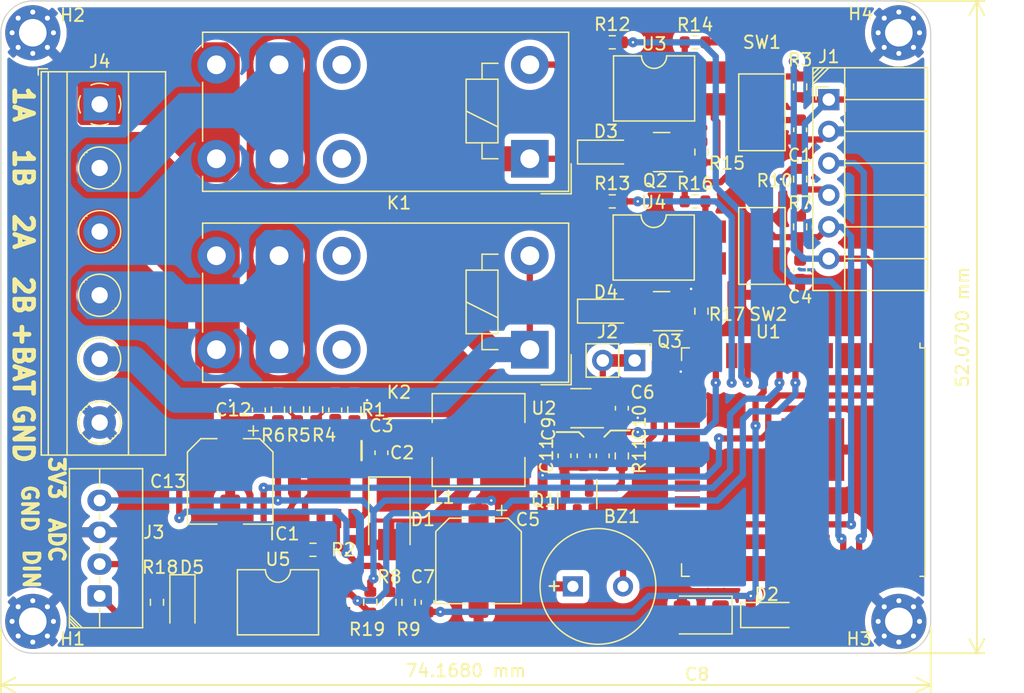
<source format=kicad_pcb>
(kicad_pcb (version 20211014) (generator pcbnew)
  (layers (0 "F.Cu" signal) (31 "B.Cu" signal) (34 "B.Paste" user) (35 "F.Paste" user) (36 "B.SilkS" user "B.Silkscreen") (37 "F.SilkS" user "F.Silkscreen") (38 "B.Mask" user) (39 "F.Mask" user) (44 "Edge.Cuts" user))
  (net 0 "")
  (net 1 "+3.3V")
  (net 2 "Net-(BZ1-Pad2)")
  (net 3 "GND")
  (net 4 "RESET")
  (net 5 "Net-(C3-Pad1)")
  (net 6 "Net-(C3-Pad2)")
  (net 7 "BOOT")
  (net 8 "BATERY ADC")
  (net 9 "VCC")
  (net 10 "Net-(IC1-Pad4)")
  (net 11 "Net-(IC1-Pad6)")
  (net 12 "TxD")
  (net 13 "Net-(J1-Pad4)")
  (net 14 "ADC1_1")
  (net 15 "IO1A")
  (net 16 "IO1B")
  (net 17 "IO2A")
  (net 18 "IO2B")
  (net 19 "Net-(Q1-Pad1)")
  (net 20 "Net-(Q2-Pad1)")
  (net 21 "Net-(Q3-Pad1)")
  (net 22 "RxD")
  (net 23 "BUZZER")
  (net 24 "Net-(R12-Pad1)")
  (net 25 "RELAY1")
  (net 26 "Net-(R13-Pad1)")
  (net 27 "RELAY2")
  (net 28 "Net-(R14-Pad2)")
  (net 29 "Net-(R16-Pad2)")
  (net 34 "TOUCH")
  (net 55 "Net-(C6-Pad2)")
  (net 60 "Net-(C2-Pad1)")
  (net 61 "Net-(D3-Pad2)")
  (net 62 "Net-(D4-Pad2)")
  (net 63 "Net-(C2-Pad2)")
  (net 64 "Net-(D5-Pad1)")
  (net 65 "Net-(IC1-Pad2)")
  (net 66 "CONN_IN1")
  (net 67 "IN1")
  (footprint "XH_Header_2.54mm_01x06_Horizontal:XH_Header_2.54mm_01x06_Horizontal" (layer "F.Cu") (at 179.832 86.106)
    (fp_text reference "J1")
    (fp_text value "PROG")
  )
  (footprint "Capacitor_SMD:C_0603_1608Metric" (layer "F.Cu") (at 160.274 109.461 90)
    (fp_text reference "C9")
    (fp_text value "0.1uF")
  )
  (footprint "Diode_SMD:Nexperia_CFP3_SOD-123W" (layer "F.Cu") (at 162.052 85.217)
    (fp_text reference "D3")
    (fp_text value "1N4007")
  )
  (footprint "Capacitor_SMD:C_0603_1608Metric" (layer "F.Cu") (at 158.75 109.461 90)
    (fp_text reference "C11")
    (fp_text value "0.1uF")
  )
  (footprint "Capacitor_SMD:CP_Elec_6.3x5.4" (layer "F.Cu") (at 151.892 117.856 -90)
    (fp_text reference "C5")
    (fp_text value "22uF")
  )
  (footprint "MountingHole:MountingHole_2.2mm_M2_Pad_Via" (layer "F.Cu") (at 116.332 75.692 90)
    (fp_text reference "H2")
    (fp_text value "H2")
  )
  (footprint "Capacitor_SMD:C_0603_1608Metric" (layer "F.Cu") (at 177.546 83.439 90)
    (fp_text reference "C1")
    (fp_text value "0.1uF")
  )
  (footprint "Capacitor_Tantalum_SMD:CP_EIA-3528-12_Kemet-T" (layer "F.Cu") (at 169.6585 122.174 180)
    (fp_text reference "C8")
    (fp_text value "4.7uF")
  )
  (footprint "RF_Module:ESP32-WROOM-32U" (layer "F.Cu") (at 177.807 109.966 -90)
    (fp_text reference "U1")
    (fp_text value "ESP32-WROOM-32U")
  )
  (footprint "Button_Switch_SMD:SW_SPST_CK_RS282G05A3" (layer "F.Cu") (at 174.498 82.042 90)
    (fp_text reference "SW1")
    (fp_text value "RESET")
  )
  (footprint "XH_Header_2.54mm_01x04_Vertical:XH_Header_2.54mm_01x04_Vertical" (layer "F.Cu") (at 121.666 115.57 90)
    (fp_text reference "J3")
    (fp_text value "EX_CONN")
  )
  (footprint "Diode_SMD:D_SOD-123F" (layer "F.Cu") (at 175.006 122.174)
    (fp_text reference "D2")
    (fp_text value "3v3")
  )
  (footprint "Package_DIP:SMDIP-4_W9.53mm" (layer "F.Cu") (at 165.862 92.837)
    (fp_text reference "U4")
    (fp_text value "PC817S")
  )
  (footprint "Capacitor_SMD:C_0603_1608Metric" (layer "F.Cu") (at 147.828 121.158 -90)
    (fp_text reference "C7")
    (fp_text value "0.1uF")
  )
  (footprint "Relay_THT:Relay_DPDT_Finder_40.52" (layer "F.Cu") (at 155.9795 85.7495 180)
    (fp_text reference "K1")
    (fp_text value "RELAY1")
  )
  (footprint "Resistor_SMD:R_0603_1608Metric" (layer "F.Cu") (at 177.546 87.376 -90)
    (fp_text reference "R10")
    (fp_text value "100")
  )
  (footprint "Diode_SMD:D_SMA" (layer "F.Cu") (at 144.78 114.554 -90)
    (fp_text reference "D1")
    (fp_text value "SS34")
  )
  (footprint "Resistor_SMD:R_0603_1608Metric" (layer "F.Cu") (at 143.256 121.158 -90)
    (fp_text reference "R19")
    (fp_text value "4k7")
  )
  (footprint "Diode_SMD:D_SOD-123F" (layer "F.Cu") (at 128.27 121.158 -90)
    (fp_text reference "D5")
    (fp_text value "3v3")
  )
  (footprint "Button_Switch_SMD:SW_SPST_CK_RS282G05A3" (layer "F.Cu") (at 174.498 92.71 90)
    (fp_text reference "SW2")
    (fp_text value "BOOT")
  )
  (footprint "Diode_SMD:Nexperia_CFP3_SOD-123W" (layer "F.Cu") (at 162.052 97.917)
    (fp_text reference "D4")
    (fp_text value "1N4007")
  )
  (footprint "Resistor_SMD:R_0603_1608Metric" (layer "F.Cu") (at 177.546 91.186 -90)
    (fp_text reference "R7")
    (fp_text value "10k")
  )
  (footprint "Capacitor_SMD:C_0603_1608Metric" (layer "F.Cu") (at 161.798 109.461 90)
    (fp_text reference "C10")
    (fp_text value "0.1uF")
  )
  (footprint "TTP223:TTP-223 SOT-23-6" (layer "F.Cu") (at 160.02 105.664 180)
    (fp_text reference "U2")
    (fp_text value "TTP223")
  )
  (footprint "Resistor_SMD:R_0603_1608Metric" (layer "F.Cu") (at 169.672 97.917 90)
    (fp_text reference "R17")
    (fp_text value "10k")
  )
  (footprint "MP1584:SOIC127P600X170-9N" (layer "F.Cu") (at 139.954 111.76 -90)
    (fp_text reference "IC1")
    (fp_text value "MP1584EN" hide)
  )
  (footprint "Capacitor_SMD:CP_Elec_6.3x5.4" (layer "F.Cu") (at 132.08 111.506 -90)
    (fp_text reference "C13")
    (fp_text value "100uF")
  )
  (footprint "Resistor_SMD:R_0603_1608Metric" (layer "F.Cu") (at 126.238 121.158 90)
    (fp_text reference "R18")
    (fp_text value "100")
  )
  (footprint "Resistor_SMD:R_0603_1608Metric" (layer "F.Cu") (at 162.56 89.154)
    (fp_text reference "R13")
    (fp_text value "1k")
  )
  (footprint "Resistor_SMD:R_0603_1608Metric" (layer "F.Cu") (at 137.414 105.791 90)
    (fp_text reference "R5")
    (fp_text value "40k")
  )
  (footprint "Resistor_SMD:R_0603_1608Metric" (layer "F.Cu") (at 135.89 105.791 -90)
    (fp_text reference "R6")
    (fp_text value "40k")
  )
  (footprint "Package_TO_SOT_SMD:SOT-23" (layer "F.Cu") (at 166.497 85.217 180)
    (fp_text reference "Q2")
    (fp_text value "BC847")
  )
  (footprint "Relay_THT:Relay_DPDT_Finder_40.52" (layer "F.Cu") (at 155.9795 100.9895 180)
    (fp_text reference "K2")
    (fp_text value "RELAY2")
  )
  (footprint "Resistor_SMD:R_0603_1608Metric" (layer "F.Cu") (at 146.304 121.158 90)
    (fp_text reference "R9")
    (fp_text value "10k")
  )
  (footprint "MountingHole:MountingHole_2.2mm_M2_Pad_Via" (layer "F.Cu") (at 116.332 122.682 90)
    (fp_text reference "H1")
    (fp_text value "H1")
  )
  (footprint "Package_DIP:SMDIP-4_W9.53mm" (layer "F.Cu") (at 165.8945 80.137)
    (fp_text reference "U3")
    (fp_text value "PC817S")
  )
  (footprint "Capacitor_SMD:C_0603_1608Metric" (layer "F.Cu") (at 177.546 94.615 90)
    (fp_text reference "C4")
    (fp_text value "0.1uF")
  )
  (footprint "Resistor_SMD:R_0603_1608Metric" (layer "F.Cu") (at 144.78 121.158 -90)
    (fp_text reference "R8")
    (fp_text value "68k")
  )
  (footprint "MountingHole:MountingHole_2.2mm_M2_Pad_Via" (layer "F.Cu") (at 185.42 122.682 90)
    (fp_text reference "H3")
    (fp_text value "H3")
  )
  (footprint "MountingHole:MountingHole_2.2mm_M2_Pad_Via" (layer "F.Cu") (at 185.42 75.692 90)
    (fp_text reference "H4")
    (fp_text value "H4")
  )
  (footprint "Resistor_SMD:R_0603_1608Metric" (layer "F.Cu") (at 169.164 89.154)
    (fp_text reference "R16")
    (fp_text value "4k7")
  )
  (footprint "Inductor_SMD:L_7.3x7.3_H3.5" (layer "F.Cu") (at 151.892 108.204)
    (fp_text reference "L1")
    (fp_text value "10uH")
  )
  (footprint "Resistor_SMD:R_0603_1608Metric" (layer "F.Cu") (at 177.546 80.01 90)
    (fp_text reference "R3")
    (fp_text value "10k")
  )
  (footprint "Capacitor_SMD:C_0603_1608Metric" (layer "F.Cu") (at 144.145 109.22 90)
    (fp_text reference "C2")
    (fp_text value "0.1uF")
  )
  (footprint "Package_TO_SOT_SMD:SOT-23" (layer "F.Cu") (at 159.766 113.03 -90)
    (fp_text reference "Q1")
    (fp_text value "BC847")
  )
  (footprint "Resistor_SMD:R_0603_1608Metric" (layer "F.Cu") (at 163.322 109.474 90)
    (fp_text reference "R11")
    (fp_text value "1k")
  )
  (footprint "Package_DIP:SMDIP-4_W9.53mm" (layer "F.Cu") (at 135.89 121.158)
    (fp_text reference "U5")
    (fp_text value "PC817S")
  )
  (footprint "Buzzer_Beeper:MagneticBuzzer_PUI_AT-0927-TT-6-R" (layer "F.Cu") (at 159.417 119.888)
    (fp_text reference "BZ1")
    (fp_text value "Buzzer")
  )
  (footprint "Resistor_SMD:R_0603_1608Metric" (layer "F.Cu") (at 138.938 105.791 90)
    (fp_text reference "R4")
    (fp_text value "68k")
  )
  (footprint "Resistor_SMD:R_0603_1608Metric" (layer "F.Cu") (at 162.56 76.454)
    (fp_text reference "R12")
    (fp_text value "1k")
  )
  (footprint "Resistor_SMD:R_0603_1608Metric" (layer "F.Cu") (at 169.672 85.217 90)
    (fp_text reference "R15")
    (fp_text value "10k")
  )
  (footprint "Capacitor_SMD:C_0603_1608Metric" (layer "F.Cu") (at 163.322 105.664 90)
    (fp_text reference "C6")
    (fp_text value "22pF")
  )
  (footprint "Resistor_SMD:R_0603_1608Metric" (layer "F.Cu") (at 169.164 76.454 180)
    (fp_text reference "R14")
    (fp_text value "4k7")
  )
  (footprint "Resistor_SMD:R_0603_1608Metric" (layer "F.Cu") (at 141.986 105.791 -90)
    (fp_text reference "R1")
    (fp_text value "56k")
  )
  (footprint "Capacitor_SMD:C_0603_1608Metric" (layer "F.Cu") (at 140.462 105.791 -90)
    (fp_text reference "C3")
    (fp_text value "220pF")
  )
  (footprint "TerminalBlock_Phoenix:TerminalBlock_Phoenix_MKDS-1,5-6-5.08_1x06_P5.08mm_Horizontal" (layer "F.Cu") (at 121.666 81.407 -90)
    (fp_text reference "J4")
    (fp_text value "TERMINAL")
  )
  (footprint "Capacitor_SMD:C_0603_1608Metric" (layer "F.Cu") (at 134.366 105.791 -90)
    (fp_text reference "C12")
    (fp_text value "0.1uF")
  )
  (footprint "Package_TO_SOT_SMD:SOT-23" (layer "F.Cu") (at 166.497 97.917 180)
    (fp_text reference "Q3")
    (fp_text value "BC847")
  )
  (footprint "Connector_PinHeader_2.54mm:PinHeader_1x02_P2.54mm_Vertical" (layer "F.Cu") (at 164.343 101.854 -90)
    (fp_text reference "J2")
    (fp_text value "TOUCH SENSOR")
  )
  (footprint "Resistor_SMD:R_0603_1608Metric" (layer "F.Cu") (at 138.684 116.967 180)
    (fp_text reference "R2")
    (fp_text value "200k")
  )
  (gr_line (start 159.893 107.569) (end 158.115 107.569) (layer "F.SilkS") (width 0.15))
  (gr_line (start 162.433 107.442) (end 161.925 107.95) (layer "F.SilkS") (width 0.15))
  (gr_line (start 163.957 107.442) (end 162.433 107.442) (layer "F.SilkS") (width 0.15))
  (gr_line (start 160.274 107.95) (end 159.893 107.569) (layer "F.SilkS") (width 0.15))
  (gr_arc (start 187.96 122.682) (mid 187.216051 124.478051) (end 185.42 125.222) (layer "Edge.Cuts") (width 0.1))
  (gr_line (start 113.792 122.682) (end 113.792 75.692) (layer "Edge.Cuts") (width 0.1))
  (gr_line (start 116.332 73.152) (end 185.42 73.152) (layer "Edge.Cuts") (width 0.1))
  (gr_arc (start 185.42 73.152) (mid 187.216051 73.895949) (end 187.96 75.692) (layer "Edge.Cuts") (width 0.1))
  (gr_line (start 187.96 75.692) (end 187.96 122.682) (layer "Edge.Cuts") (width 0.1))
  (gr_arc (start 113.792 75.692) (mid 114.535949 73.895949) (end 116.332 73.152) (layer "Edge.Cuts") (width 0.1))
  (gr_arc (start 116.332 125.222) (mid 114.535949 124.478051) (end 113.792 122.682) (layer "Edge.Cuts") (width 0.1))
  (gr_line (start 185.42 125.222) (end 116.332 125.222) (layer "Edge.Cuts") (width 0.1))
  (gr_text "GND" (at 115.57 107.696 270) (layer "F.SilkS") (effects (font (size 1.5 1.5) (thickness 0.375))))
  (gr_text "+BAT" (at 115.57 101.727 270) (layer "F.SilkS") (effects (font (size 1.5 1.5) (thickness 0.375))))
  (gr_text "1A" (at 115.57 81.407 270) (layer "F.SilkS") (effects (font (size 1.5 1.5) (thickness 0.375))))
  (gr_text "DIN" (at 116.205 118.491 270) (layer "F.SilkS") (effects (font (size 1.2 1.2) (thickness 0.3))))
  (gr_text "ADC" (at 118.237 116.205 270) (layer "F.SilkS") (effects (font (size 1.2 1.2) (thickness 0.3))))
  (gr_text "3V3" (at 118.237 111.252 270) (layer "F.SilkS") (effects (font (size 1.2 1.2) (thickness 0.3))))
  (gr_text "1B" (at 115.57 86.487 270) (layer "F.SilkS") (effects (font (size 1.5 1.5) (thickness 0.375))))
  (gr_text "2B" (at 115.57 96.647 270) (layer "F.SilkS") (effects (font (size 1.5 1.5) (thickness 0.375))))
  (gr_text "2A" (at 115.57 91.567 270) (layer "F.SilkS") (effects (font (size 1.5 1.5) (thickness 0.375))))
  (gr_text "GND" (at 116.078 113.665 270) (layer "F.SilkS") (effects (font (size 1.2 1.2) (thickness 0.3))))
  (dimension (type aligned) (layer "F.SilkS") (pts (xy 184.785 73.152) (xy 184.785 125.222)) (height -6.858) (gr_text "52,0700 mm" (at 190.493 99.187 90) (layer "F.SilkS") (effects (font (size 1 1) (thickness 0.15)))) (format (units 3) (units_format 1) (precision 4)) (style (thickness 0.15) (arrow_length 1.27) (text_position_mode 0) (extension_height 0.58642) (extension_offset 0.5) keep_text_aligned))
  (dimension (type aligned) (layer "F.SilkS") (pts (xy 113.792 122.682) (xy 187.96 122.682)) (height 5.08) (gr_text "74,1680 mm" (at 150.876 126.612) (layer "F.SilkS") (effects (font (size 1 1) (thickness 0.15)))) (format (units 3) (units_format 1) (precision 4)) (style (thickness 0.15) (arrow_length 1.27) (text_position_mode 0) (extension_height 0.58642) (extension_offset 0.5) keep_text_aligned))
  (segment (start 160.274 108.686) (end 158.75 108.686) (width 0.8) (layer "F.Cu") (net 1))
  (segment (start 184.792 81.922) (end 183.896 81.026) (width 0.5) (layer "F.Cu") (net 1))
  (segment (start 155.829 105.664) (end 155.092 106.401) (width 0.5) (layer "F.Cu") (net 1))
  (segment (start 158.92 105.664) (end 155.829 105.664) (width 0.5) (layer "F.Cu") (net 1))
  (segment (start 184.792 101.466) (end 184.792 81.922) (width 0.5) (layer "F.Cu") (net 1))
  (segment (start 177.737 81.026) (end 179.832 81.026) (width 0.5) (layer "F.Cu") (net 1))
  (segment (start 157.988 119.888) (end 159.417 119.888) (width 0.8) (layer "F.Cu") (net 1))
  (segment (start 143.256 120.333) (end 143.256 119.507) (width 0.5) (layer "F.Cu") (net 1))
  (segment (start 177.546 90.17) (end 178.054 89.662) (width 0.5) (layer "F.Cu") (net 1))
  (segment (start 175.006 107.569) (end 174.498 108.077) (width 0.5) (layer "F.Cu") (net 1))
  (segment (start 184.792 101.466) (end 184.792 103.752) (width 0.5) (layer "F.Cu") (net 1))
  (segment (start 177.546 80.835) (end 177.737 81.026) (width 0.5) (layer "F.Cu") (net 1))
  (segment (start 155.092 106.401) (end 155.092 108.204) (width 0.5) (layer "F.Cu") (net 1))
  (segment (start 183.896 104.648) (end 175.895 104.648) (width 0.5) (layer "F.Cu") (net 1))
  (segment (start 155.574 108.686) (end 155.092 108.204) (width 0.8) (layer "F.Cu") (net 1))
  (segment (start 174.498 108.077) (end 171.069 108.077) (width 0.5) (layer "F.Cu") (net 1))
  (segment (start 161.798 108.686) (end 160.274 108.686) (width 0.8) (layer "F.Cu") (net 1))
  (segment (start 156.998 108.686) (end 156.998 111.024) (width 0.8) (layer "F.Cu") (net 1))
  (segment (start 175.006 105.537) (end 175.006 107.569) (width 0.5) (layer "F.Cu") (net 1))
  (segment (start 184.792 103.752) (end 183.896 104.648) (width 0.5) (layer "F.Cu") (net 1))
  (segment (start 175.895 104.648) (end 175.006 105.537) (width 0.5) (layer "F.Cu") (net 1))
  (segment (start 135.89 106.616) (end 135.89 113.03) (width 0.5) (layer "F.Cu") (net 1))
  (segment (start 143.256 119.507) (end 143.51 119.253) (width 0.5) (layer "F.Cu") (net 1))
  (segment (start 156.998 111.024) (end 156.998 118.898) (width 0.8) (layer "F.Cu") (net 1))
  (segment (start 158.75 108.686) (end 156.998 108.686) (width 0.8) (layer "F.Cu") (net 1))
  (segment (start 156.998 118.898) (end 157.988 119.888) (width 0.8) (layer "F.Cu") (net 1))
  (segment (start 183.896 81.026) (end 179.832 81.026) (width 0.5) (layer "F.Cu") (net 1))
  (segment (start 177.546 90.361) (end 177.546 90.17) (width 0.5) (layer "F.Cu") (net 1))
  (segment (start 156.998 108.686) (end 155.574 108.686) (width 0.8) (layer "F.Cu") (net 1))
  (via (at 178.054 89.662) (size 0.8) (drill 0.2) (layers "F.Cu" "B.Cu") (net 1))
  (via (at 156.998 111.024) (size 0.8) (drill 0.2) (layers "F.Cu" "B.Cu") (net 1))
  (via (at 152.908 113.03) (size 0.8) (drill 0.2) (layers "F.Cu" "B.Cu") (net 1))
  (via (at 135.89 113.03) (size 0.8) (drill 0.2) (layers "F.Cu" "B.Cu") (net 1))
  (via (at 171.069 108.077) (size 0.8) (drill 0.2) (layers "F.Cu" "B.Cu") (net 1))
  (via (at 143.51 119.253) (size 0.8) (drill 0.2) (layers "F.Cu" "B.Cu") (net 1))
  (segment (start 178.054 89.662) (end 177.927 89.535) (width 0.5) (layer "B.Cu") (net 1))
  (segment (start 144.399 113.03) (end 144.653 113.03) (width 0.5) (layer "B.Cu") (net 1))
  (segment (start 135.89 113.03) (end 142.621 113.03) (width 0.5) (layer "B.Cu") (net 1))
  (segment (start 157.099 111.125) (end 156.998 111.024) (width 0.5) (layer "B.Cu") (net 1))
  (segment (start 170.053 111.125) (end 157.099 111.125) (width 0.5) (layer "B.Cu") (net 1))
  (segment (start 143.51 113.919) (end 144.399 113.03) (width 0.5) (layer "B.Cu") (net 1))
  (segment (start 171.069 108.077) (end 171.069 110.109) (width 0.5) (layer "B.Cu") (net 1))
  (segment (start 144.653 113.03) (end 152.908 113.03) (width 0.5) (layer "B.Cu") (net 1))
  (segment (start 171.069 110.109) (end 170.053 111.125) (width 0.5) (layer "B.Cu") (net 1))
  (segment (start 177.927 89.535) (end 177.927 82.931) (width 0.5) (layer "B.Cu") (net 1))
  (segment (start 135.89 113.03) (end 121.666 113.03) (width 0.5) (layer "B.Cu") (net 1))
  (segment (start 143.51 119.253) (end 143.51 113.919) (width 0.5) (layer "B.Cu") (net 1))
  (segment (start 142.621 113.03) (end 143.51 113.919) (width 0.5) (layer "B.Cu") (net 1))
  (segment (start 177.927 82.931) (end 179.832 81.026) (width 0.5) (layer "B.Cu") (net 1))
  (segment (start 163.417 117.697) (end 163.417 119.888) (width 0.5) (layer "F.Cu") (net 2))
  (segment (start 162.687 116.967) (end 163.417 117.697) (width 0.5) (layer "F.Cu") (net 2))
  (segment (start 160.909 116.967) (end 162.687 116.967) (width 0.5) (layer "F.Cu") (net 2))
  (segment (start 159.766 114.0072) (end 159.766 115.824) (width 0.5) (layer "F.Cu") (net 2))
  (segment (start 159.766 115.824) (end 160.909 116.967) (width 0.5) (layer "F.Cu") (net 2))
  (segment (start 138.049 116.777) (end 137.859 116.967) (width 0.5) (layer "F.Cu") (net 3))
  (segment (start 168.021 96.9645) (end 168.8465 96.139) (width 0.5) (layer "F.Cu") (net 3))
  (segment (start 151.619 120.383) (end 151.892 120.656) (width 0.5) (layer "F.Cu") (net 3))
  (segment (start 167.0685 96.9645) (end 166.624 96.52) (width 0.5) (layer "F.Cu") (net 3))
  (segment (start 168.8465 96.139) (end 168.8465 96.2665) (width 0.5) (layer "F.Cu") (net 3))
  (segment (start 177.202 96.61) (end 177.546 96.266) (width 0.5) (layer "F.Cu") (net 3))
  (segment (start 167.4615 96.9645) (end 167.0685 96.9645) (width 0.5) (layer "F.Cu") (net 3))
  (segment (start 174.498 84.709) (end 174.498 85.942) (width 0.5) (layer "F.Cu") (net 3))
  (segment (start 138.938 104.966) (end 137.414 104.966) (width 0.5) (layer "F.Cu") (net 3))
  (segment (start 163.081 106.439) (end 163.322 106.439) (width 0.5) (layer "F.Cu") (net 3))
  (segment (start 138.049 114.472) (end 138.049 116.777) (width 0.5) (layer "F.Cu") (net 3))
  (segment (start 147.32 120.383) (end 151.619 120.383) (width 0.5) (layer "F.Cu") (net 3))
  (segment (start 158.8135 112.0655) (end 158.8135 110.2995) (width 0.5) (layer "F.Cu") (net 3))
  (segment (start 167.0685 84.2645) (end 166.624 83.82) (width 0.5) (layer "F.Cu") (net 3))
  (segment (start 167.4615 96.9645) (end 168.021 96.9645) (width 0.5) (layer "F.Cu") (net 3))
  (segment (start 138.049 114.472) (end 138.049 113.03) (width 0.5) (layer "F.Cu") (net 3))
  (segment (start 131.125 122.428) (end 140.655 122.428) (width 0.5) (layer "F.Cu") (net 3))
  (segment (start 177.546 84.214) (end 174.993 84.214) (width 0.5) (layer "F.Cu") (net 3))
  (segment (start 137.859 116.967) (end 137.859 122.365) (width 0.5) (layer "F.Cu") (net 3))
  (segment (start 169.5445 84.2645) (end 169.672 84.392) (width 0.5) (layer "F.Cu") (net 3))
  (segment (start 166.624 82.042) (end 165.989 81.407) (width 0.5) (layer "F.Cu") (net 3))
  (segment (start 137.859 122.365) (end 137.922 122.428) (width 0.5) (layer "F.Cu") (net 3))
  (segment (start 166.624 94.742) (end 165.989 94.107) (width 0.5) (layer "F.Cu") (net 3))
  (segment (start 162.306 105.664) (end 163.081 106.439) (width 0.5) (layer "F.Cu") (net 3))
  (segment (start 177.546 96.266) (end 177.546 95.39) (width 0.5) (layer "F.Cu") (net 3))
  (segment (start 158.8135 110.2995) (end 158.75 110.236) (width 0.5) (layer "F.Cu") (net 3))
  (segment (start 166.624 83.82) (end 166.624 82.042) (width 0.5) (layer "F.Cu") (net 3))
  (segment (start 177.546 84.214) (end 179.184 84.214) (width 0.5) (layer "F.Cu") (net 3))
  (segment (start 128.27 122.558) (end 130.995 122.558) (width 0.5) (layer "F.Cu") (net 3))
  (segment (start 174.993 84.214) (end 174.498 84.709) (width 0.5) (layer "F.Cu") (net 3))
  (segment (start 160.274 110.236) (end 158.75 110.236) (width 0.8) (layer "F.Cu") (net 3))
  (segment (start 161.195 105.664) (end 162.306 105.664) (width 0.5) (layer "F.Cu") (net 3))
  (segment (start 167.4615 84.2645) (end 167.0685 84.2645) (width 0.5) (layer "F.Cu") (net 3))
  (segment (start 137.922 122.428) (end 140.655 122.428) (width 0.5) (layer "F.Cu") (net 3))
  (segment (start 147.778 120.333) (end 147.828 120.383) (width 0.5) (layer "F.Cu") (net 3))
  (segment (start 165.989 94.107) (end 161.097 94.107) (width 0.5) (layer "F.Cu") (net 3))
  (segment (start 168.8465 96.2665) (end 169.672 97.092) (width 0.5) (layer "F.Cu") (net 3))
  (segment (start 146.304 120.333) (end 147.778 120.333) (width 0.5) (layer "F.Cu") (net 3))
  (segment (start 161.798 110.236) (end 160.274 110.236) (width 0.8) (layer "F.Cu") (net 3))
  (segment (start 167.4615 84.2645) (end 169.5445 84.2645) (width 0.5) (layer "F.Cu") (net 3))
  (segment (start 130.995 122.558) (end 131.125 122.428) (width 0.5) (layer "F.Cu") (net 3))
  (segment (start 166.624 96.52) (end 166.624 94.742) (width 0.5) (layer "F.Cu") (net 3))
  (segment (start 139.319 111.76) (end 139.954 111.76) (width 0.5) (layer "F.Cu") (net 3))
  (segment (start 174.498 96.61) (end 177.202 96.61) (width 0.5) (layer "F.Cu") (net 3))
  (segment (start 138.049 113.03) (end 139.319 111.76) (width 0.5) (layer "F.Cu") (net 3))
  (segment (start 165.989 81.407) (end 161.1295 81.407) (width 0.5) (layer "F.Cu") (net 3))
  (segment (start 179.184 84.214) (end 179.832 83.566) (width 0.5) (layer "F.Cu") (net 3))
  (via (at 168.8465 96.139) (size 0.8) (drill 0.2) (layers "F.Cu" "B.Cu") (net 3))
  (via (at 164.592 106.426) (size 0.8) (drill 0.2) (layers "F.Cu" "B.Cu") (net 3))
  (via (at 168.021 102.743) (size 0.8) (drill 0.2) (layers "F.Cu" "B.Cu") (net 3))
  (segment (start 177.038 77.978) (end 177.038 78.677) (width 0.5) (layer "F.Cu") (net 4))
  (segment (start 175.541 82.069) (end 175.541 79.185) (width 0.5) (layer "F.Cu") (net 4))
  (segment (start 177.546 82.664) (end 176.136 82.664) (width 0.5) (layer "F.Cu") (net 4))
  (segment (start 183.522 94.368) (end 182.88 93.726) (width 0.5) (layer "F.Cu") (net 4))
  (segment (start 183.522 101.466) (end 183.522 94.368) (width 0.5) (layer "F.Cu") (net 4))
  (segment (start 176.136 82.664) (end 175.541 82.069) (width 0.5) (layer "F.Cu") (net 4))
  (segment (start 182.88 93.726) (end 179.832 93.726) (width 0.5) (layer "F.Cu") (net 4))
  (segment (start 177.038 78.677) (end 177.546 79.185) (width 0.5) (layer "F.Cu") (net 4))
  (segment (start 177.546 79.185) (end 175.541 79.185) (width 0.5) (layer "F.Cu") (net 4))
  (segment (start 175.541 79.185) (end 174.498 78.142) (width 0.5) (layer "F.Cu") (net 4))
  (via (at 177.038 77.978) (size 0.8) (drill 0.2) (layers "F.Cu" "B.Cu") (net 4))
  (segment (start 177.038 92.964) (end 177.8 93.726) (width 0.5) (layer "B.Cu") (net 4))
  (segment (start 177.038 77.978) (end 177.038 92.964) (width 0.5) (layer "B.Cu") (net 4))
  (segment (start 177.8 93.726) (end 179.832 93.726) (width 0.5) (layer "B.Cu") (net 4))
  (segment (start 140.4496 105.016) (end 140.462 105.016) (width 0.3) (layer "F.Cu") (net 5))
  (segment (start 138.938 106.5276) (end 140.4496 105.016) (width 0.3) (layer "F.Cu") (net 5))
  (segment (start 138.938 106.616) (end 138.938 106.5276) (width 0.3) (layer "F.Cu") (net 5))
  (segment (start 140.462 106.934) (end 140.462 106.566) (width 0.5) (layer "F.Cu") (net 6))
  (segment (start 139.319 108.077) (end 140.462 106.934) (width 0.5) (layer "F.Cu") (net 6))
  (segment (start 139.319 109.048) (end 139.319 108.077) (width 0.5) (layer "F.Cu") (net 6))
  (segment (start 169.552 117.214) (end 169.552 118.466) (width 0.5) (layer "F.Cu") (net 7))
  (segment (start 177.546 92.011) (end 175.514 92.011) (width 0.5) (layer "F.Cu") (net 7))
  (segment (start 171.831 114.935) (end 169.552 117.214) (width 0.5) (layer "F.Cu") (net 7))
  (segment (start 174.498 90.995) (end 174.498 88.81) (width 0.5) (layer "F.Cu") (net 7))
  (segment (start 179.007 92.011) (end 179.832 91.186) (width 0.5) (layer "F.Cu") (net 7))
  (segment (start 175.514 92.011) (end 174.498 90.995) (width 0.5) (layer "F.Cu") (net 7))
  (segment (start 177.546 93.84) (end 177.546 92.011) (width 0.5) (layer "F.Cu") (net 7))
  (segment (start 177.546 92.011) (end 179.007 92.011) (width 0.5) (layer "F.Cu") (net 7))
  (segment (start 181.61 114.935) (end 171.831 114.935) (width 0.5) (layer "F.Cu") (net 7))
  (via (at 181.61 114.935) (size 0.8) (drill 0.2) (layers "F.Cu" "B.Cu") (net 7))
  (segment (start 180.848 91.186) (end 179.832 91.186) (width 0.5) (layer "B.Cu") (net 7))
  (segment (start 181.61 114.935) (end 181.61 91.948) (width 0.5) (layer "B.Cu") (net 7))
  (segment (start 181.61 91.948) (end 180.848 91.186) (width 0.5) (layer "B.Cu") (net 7))
  (segment (start 173.606 120.653) (end 173.609 120.65) (width 0.8) (layer "F.Cu") (net 8))
  (segment (start 173.606 122.174) (end 171.196 122.174) (width 0.8) (layer "F.Cu") (net 8))
  (segment (start 173.99 105.029) (end 174.632 104.387) (width 0.5) (layer "F.Cu") (net 8))
  (segment (start 147.778 121.983) (end 147.828 121.933) (width 0.5) (layer "F.Cu") (net 8))
  (segment (start 147.828 121.933) (end 146.354 121.933) (width 0.5) (layer "F.Cu") (net 8))
  (segment (start 147.841 121.92) (end 147.828 121.933) (width 0.5) (layer "F.Cu") (net 8))
  (segment (start 173.99 107.061) (end 173.99 105.029) (width 0.5) (layer "F.Cu") (net 8))
  (segment (start 148.844 121.92) (end 147.841 121.92) (width 0.5) (layer "F.Cu") (net 8))
  (segment (start 174.632 104.387) (end 174.632 101.466) (width 0.5) (layer "F.Cu") (net 8))
  (segment (start 144.78 121.983) (end 146.304 121.983) (width 0.5) (layer "F.Cu") (net 8))
  (segment (start 146.354 121.933) (end 146.304 121.983) (width 0.5) (layer "F.Cu") (net 8))
  (segment (start 173.606 122.174) (end 173.606 120.653) (width 0.8) (layer "F.Cu") (net 8))
  (via (at 173.609 120.65) (size 0.8) (drill 0.2) (layers "F.Cu" "B.Cu") (net 8))
  (via (at 173.99 107.061) (size 0.8) (drill 0.2) (layers "F.Cu" "B.Cu") (net 8))
  (via (at 148.844 121.92) (size 0.8) (drill 0.2) (layers "F.Cu" "B.Cu") (net 8))
  (segment (start 164.465 121.666) (end 164.211 121.92) (width 0.5) (layer "B.Cu") (net 8))
  (segment (start 164.211 121.92) (end 148.844 121.92) (width 0.5) (layer "B.Cu") (net 8))
  (segment (start 173.99 120.269) (end 173.609 120.65) (width 0.5) (layer "B.Cu") (net 8))
  (segment (start 165.481 120.65) (end 164.465 121.666) (width 0.5) (layer "B.Cu") (net 8))
  (segment (start 173.609 120.65) (end 165.481 120.65) (width 0.5) (layer "B.Cu") (net 8))
  (segment (start 173.99 107.061) (end 173.99 120.269) (width 0.5) (layer "B.Cu") (net 8))
  (segment (start 152.8055 100.9895) (end 155.9795 100.9895) (width 2) (layer "F.Cu") (net 9))
  (segment (start 134.353 106.553) (end 134.366 106.566) (width 0.5) (layer "F.Cu") (net 9))
  (segment (start 142.939 104.966) (end 143.002 105.029) (width 0.5) (layer "F.Cu") (net 9))
  (segment (start 144.78 119.126) (end 143.908 118.254) (width 0.5) (layer "F.Cu") (net 9))
  (segment (start 152.7565 85.7495) (end 151.13 87.376) (width 2) (layer "F.Cu") (net 9))
  (segment (start 160.652 97.917) (end 156.591 97.917) (width 0.5) (layer "F.Cu") (net 9))
  (segment (start 168.402 87.63) (end 171.196 87.63) (width 0.5) (layer "F.Cu") (net 9))
  (segment (start 140.589 116.459) (end 141.351 117.221) (width 0.5) (layer "F.Cu") (net 9))
  (segment (start 172.593 86.233) (end 172.593 77.216) (width 0.5) (layer "F.Cu") (net 9))
  (segment (start 155.9795 98.5285) (end 155.9795 100.9895) (width 0.5) (layer "F.Cu") (net 9))
  (segment (start 160.1195 85.7495) (end 160.652 85.217) (width 0.5) (layer "F.Cu") (net 9))
  (segment (start 172.593 77.216) (end 171.831 76.454) (width 0.5) (layer "F.Cu") (net 9))
  (segment (start 162.052 87.63) (end 168.402 87.63) (width 0.5) (layer "F.Cu") (net 9))
  (segment (start 155.9795 85.7495) (end 160.1195 85.7495) (width 0.5) (layer "F.Cu") (net 9))
  (segment (start 144.78 120.333) (end 144.78 119.126) (width 0.5) (layer "F.Cu") (net 9))
  (segment (start 168.339 89.154) (end 168.339 87.693) (width 0.5) (layer "F.Cu") (net 9))
  (segment (start 132.461 106.553) (end 134.353 106.553) (width 0.5) (layer "F.Cu") (net 9))
  (segment (start 132.08 108.706) (end 132.08 106.934) (width 0.5) (layer "F.Cu") (net 9))
  (segment (start 155.9795 85.7495) (end 152.7565 85.7495) (width 2) (layer "F.Cu") (net 9))
  (segment (start 141.986 104.966) (end 142.939 104.966) (width 0.5) (layer "F.Cu") (net 9))
  (segment (start 151.13 87.376) (end 151.13 99.314) (width 2) (layer "F.Cu") (net 9))
  (segment (start 160.652 85.217) (end 160.652 86.23) (width 0.5) (layer "F.Cu") (net 9))
  (segment (start 171.196 87.63) (end 172.593 86.233) (width 0.5) (layer "F.Cu") (net 9))
  (segment (start 143.908 118.254) (end 142.384 118.254) (width 0.5) (layer "F.Cu") (net 9))
  (segment (start 156.591 97.917) (end 155.9795 98.5285) (width 0.5) (layer "F.Cu") (net 9))
  (segment (start 142.384 118.254) (end 141.351 117.221) (width 0.5) (layer "F.Cu") (net 9))
  (segment (start 151.13 99.314) (end 152.8055 100.9895) (width 2) (layer "F.Cu") (net 9))
  (segment (start 128.016 114.427) (end 128.016 109.601) (width 0.5) (layer "F.Cu") (net 9))
  (segment (start 160.652 86.23) (end 162.052 87.63) (width 0.5) (layer "F.Cu") (net 9))
  (segment (start 168.339 87.693) (end 168.402 87.63) (width 0.5) (layer "F.Cu") (net 9))
  (segment (start 128.016 109.601) (end 128.911 108.706) (width 0.5) (layer "F.Cu") (net 9))
  (segment (start 128.911 108.706) (end 132.08 108.706) (width 0.5) (layer "F.Cu") (net 9))
  (segment (start 140.589 116.459) (end 140.589 114.472) (width 0.5) (layer "F.Cu") (net 9))
  (segment (start 132.08 108.706) (end 132.08 105.029) (width 1.5) (layer "F.Cu") (net 9))
  (segment (start 171.831 76.454) (end 169.989 76.454) (width 0.5) (layer "F.Cu") (net 9))
  (segment (start 132.08 106.934) (end 132.461 106.553) (width 0.5) (layer "F.Cu") (net 9))
  (via (at 128.016 114.427) (size 0.8) (drill 0.2) (layers "F.Cu" "B.Cu") (net 9))
  (via (at 143.002 105.029) (size 0.8) (drill 0.2) (layers "F.Cu" "B.Cu") (net 9))
  (via (at 141.351 117.221) (size 0.8) (drill 0.2) (layers "F.Cu" "B.Cu") (net 9))
  (via (at 132.08 105.029) (size 0.8) (drill 0.2) (layers "F.Cu" "B.Cu") (net 9))
  (segment (start 127.762 105.029) (end 124.46 101.727) (width 2) (layer "B.Cu") (net 9))
  (segment (start 141.351 117.221) (end 141.351 114.681) (width 0.5) (layer "B.Cu") (net 9))
  (segment (start 152.8835 100.9895) (end 155.9795 100.9895) (width 2) (layer "B.Cu") (net 9))
  (segment (start 124.46 101.727) (end 121.666 101.727) (width 2) (layer "B.Cu") (net 9))
  (segment (start 143.002 105.029) (end 148.844 105.029) (width 2) (layer "B.Cu") (net 9))
  (segment (start 132.08 105.029) (end 143.002 105.029) (width 2) (layer "B.Cu") (net 9))
  (segment (start 148.844 105.029) (end 152.8835 100.9895) (width 2) (layer "B.Cu") (net 9))
  (segment (start 141.351 114.681) (end 140.716 114.046) (width 0.5) (layer "B.Cu") (net 9))
  (segment (start 140.589 113.919) (end 138.938 113.919) (width 0.5) (layer "B.Cu") (net 9))
  (segment (start 138.938 113.919) (end 128.524 113.919) (width 0.5) (layer "B.Cu") (net 9))
  (segment (start 132.08 105.029) (end 127.762 105.029) (width 2) (layer "B.Cu") (net 9))
  (segment (start 140.716 114.046) (end 140.589 113.919) (width 0.5) (layer "B.Cu") (net 9))
  (segment (start 128.524 113.919) (end 128.016 114.427) (width 0.5) (layer "B.Cu") (net 9))
  (segment (start 137.414 106.553) (end 135.89 105.029) (width 0.3) (layer "F.Cu") (net 10))
  (segment (start 137.414 106.616) (end 137.414 106.553) (width 0.3) (layer "F.Cu") (net 10))
  (segment (start 138.049 109.048) (end 138.049 107.569) (width 0.5) (layer "F.Cu") (net 10))
  (segment (start 138.049 107.569) (end 137.414 106.934) (width 0.5) (layer "F.Cu") (net 10))
  (segment (start 137.414 106.934) (end 137.414 106.616) (width 0.5) (layer "F.Cu") (net 10))
  (segment (start 135.89 105.029) (end 135.89 104.966) (width 0.3) (layer "F.Cu") (net 10))
  (segment (start 139.319 114.472) (end 139.319 116.777) (width 0.5) (layer "F.Cu") (net 11))
  (segment (start 139.319 116.777) (end 139.509 116.967) (width 0.5) (layer "F.Cu") (net 11))
  (segment (start 182.252 118.466) (end 182.252 116.198) (width 0.5) (layer "F.Cu") (net 12))
  (segment (start 182.252 116.198) (end 182.372 116.078) (width 0.5) (layer "F.Cu") (net 12))
  (via (at 182.372 116.078) (size 0.8) (drill 0.2) (layers "F.Cu" "B.Cu") (net 12))
  (segment (start 182.626 86.868) (end 181.864 86.106) (width 0.5) (layer "B.Cu") (net 12))
  (segment (start 182.626 115.824) (end 182.626 86.868) (width 0.5) (layer "B.Cu") (net 12))
  (segment (start 181.864 86.106) (end 179.832 86.106) (width 0.5) (layer "B.Cu") (net 12))
  (segment (start 182.372 116.078) (end 182.626 115.824) (width 0.5) (layer "B.Cu") (net 12))
  (segment (start 179.387 88.201) (end 179.832 88.646) (width 0.5) (layer "F.Cu") (net 13))
  (segment (start 177.546 88.201) (end 179.387 88.201) (width 0.5) (layer "F.Cu") (net 13))
  (segment (start 134.747 117.221) (end 133.858 118.11) (width 0.5) (layer "F.Cu") (net 14))
  (segment (start 133.858 118.11) (end 121.666 118.11) (width 0.5) (layer "F.Cu") (net 14))
  (segment (start 175.902 101.466) (end 175.902 103.625) (width 0.5) (layer "F.Cu") (net 14))
  (segment (start 134.747 112.014) (end 134.747 117.221) (width 0.5) (layer "F.Cu") (net 14))
  (segment (start 175.902 103.625) (end 175.895 103.632) (width 0.5) (layer "F.Cu") (net 14))
  (via (at 134.747 112.014) (size 0.8) (drill 0.2) (layers "F.Cu" "B.Cu") (net 14))
  (via (at 175.895 103.632) (size 0.8) (drill 0.2) (layers "F.Cu" "B.Cu") (net 14))
  (segment (start 171.958 106.172) (end 173.228 104.902) (width 0.5) (layer "B.Cu") (net 14))
  (segment (start 171.958 110.617) (end 171.958 106.172) (width 0.5) (layer "B.Cu") (net 14))
  (segment (start 134.747 112.014) (end 170.561 112.014) (width 0.5) (layer "B.Cu") (net 14))
  (segment (start 175.895 104.013) (end 175.895 103.632) (width 0.5) (layer "B.Cu") (net 14))
  (segment (start 175.006 104.902) (end 175.895 104.013) (width 0.5) (layer "B.Cu") (net 14))
  (segment (start 173.228 104.902) (end 175.006 104.902) (width 0.5) (layer "B.Cu") (net 14))
  (segment (start 170.561 112.014) (end 171.958 110.617) (width 0.5) (layer "B.Cu") (net 14))
  (segment (start 163.322 111.633) (end 162.9022 112.0528) (width 0.5) (layer "F.Cu") (net 19))
  (segment (start 163.322 110.299) (end 163.322 111.633) (width 0.5) (layer "F.Cu") (net 19))
  (segment (start 162.9022 112.0528) (end 160.7185 112.0528) (width 0.5) (layer "F.Cu") (net 19))
  (segment (start 170.942 85.598) (end 170.498 86.042) (width 0.5) (layer "F.Cu") (net 20))
  (segment (start 167.4742 86.1695) (end 169.5445 86.1695) (width 0.5) (layer "F.Cu") (net 20))
  (segment (start 170.942 82.804) (end 170.942 85.598) (width 0.5) (layer "F.Cu") (net 20))
  (segment (start 170.6595 81.407) (end 170.6595 82.5215) (width 0.5) (layer "F.Cu") (net 20))
  (segment (start 169.5445 86.1695) (end 169.672 86.042) (width 0.5) (layer "F.Cu") (net 20))
  (segment (start 170.498 86.042) (end 169.672 86.042) (width 0.5) (layer "F.Cu") (net 20))
  (segment (start 170.6595 82.5215) (end 170.942 82.804) (width 0.5) (layer "F.Cu") (net 20))
  (segment (start 167.4742 98.8695) (end 169.5445 98.8695) (width 0.5) (layer "F.Cu") (net 21))
  (segment (start 170.627 95.443) (end 170.942 95.758) (width 0.5) (layer "F.Cu") (net 21))
  (segment (start 170.942 98.298) (end 170.498 98.742) (width 0.5) (layer "F.Cu") (net 21))
  (segment (start 170.498 98.742) (end 169.672 98.742) (width 0.5) (layer "F.Cu") (net 21))
  (segment (start 170.942 95.758) (end 170.942 98.298) (width 0.5) (layer "F.Cu") (net 21))
  (segment (start 170.627 94.107) (end 170.627 95.443) (width 0.5) (layer "F.Cu") (net 21))
  (segment (start 169.5445 98.8695) (end 169.672 98.742) (width 0.5) (layer "F.Cu") (net 21))
  (segment (start 180.982 116.212) (end 180.848 116.078) (width 0.5) (layer "F.Cu") (net 22))
  (segment (start 177.546 86.551) (end 176.847 86.551) (width 0.5) (layer "F.Cu") (net 22))
  (segment (start 180.982 118.466) (end 180.982 116.212) (width 0.5) (layer "F.Cu") (net 22))
  (segment (start 176.847 86.551) (end 176.022 87.376) (width 0.5) (layer "F.Cu") (net 22))
  (via (at 180.848 116.078) (size 0.8) (drill 0.2) (layers "F.Cu" "B.Cu") (net 22))
  (via (at 176.022 87.376) (size 0.8) (drill 0.2) (layers "F.Cu" "B.Cu") (net 22))
  (segment (start 176.149 87.503) (end 176.022 87.376) (width 0.5) (layer "B.Cu") (net 22))
  (segment (start 179.959 95.504) (end 177.165 95.504) (width 0.5) (layer "B.Cu") (net 22))
  (segment (start 176.149 94.488) (end 176.149 87.503) (width 0.5) (layer "B.Cu") (net 22))
  (segment (start 180.594 96.139) (end 179.959 95.504) (width 0.5) (layer "B.Cu") (net 22))
  (segment (start 180.848 116.078) (end 180.594 115.824) (width 0.5) (layer "B.Cu") (net 22))
  (segment (start 177.165 95.504) (end 176.149 94.488) (width 0.5) (layer "B.Cu") (net 22))
  (segment (start 180.594 115.824) (end 180.594 96.139) (width 0.5) (layer "B.Cu") (net 22))
  (segment (start 165.862 103.124) (end 167.52 101.466) (width 0.5) (layer "F.Cu") (net 23))
  (segment (start 163.322 108.649) (end 165.036 108.649) (width 0.5) (layer "F.Cu") (net 23))
  (segment (start 165.862 107.823) (end 165.862 103.124) (width 0.5) (layer "F.Cu") (net 23))
  (segment (start 167.52 101.466) (end 169.552 101.466) (width 0.5) (layer "F.Cu") (net 23))
  (segment (start 165.036 108.649) (end 165.862 107.823) (width 0.5) (layer "F.Cu") (net 23))
  (segment (start 161.735 76.454) (end 161.735 78.2615) (width 0.5) (layer "F.Cu") (net 24))
  (segment (start 161.735 78.2615) (end 161.1295 78.867) (width 0.5) (layer "F.Cu") (net 24))
  (segment (start 173.362 103.625) (end 173.355 103.632) (width 0.5) (layer "F.Cu") (net 25))
  (segment (start 173.362 101.466) (end 173.362 103.625) (width 0.5) (layer "F.Cu") (net 25))
  (segment (start 164.211 76.454) (end 163.385 76.454) (width 0.5) (layer "F.Cu") (net 25))
  (via (at 164.211 76.454) (size 0.8) (drill 0.2) (layers "F.Cu" "B.Cu") (net 25))
  (via (at 173.355 103.632) (size 0.8) (drill 0.2) (layers "F.Cu" "B.Cu") (net 25))
  (segment (start 164.211 76.454) (end 169.672 76.454) (width 0.5) (layer "B.Cu") (net 25))
  (segment (start 170.815 88.011) (end 172.847 90.043) (width 0.5) (layer "B.Cu") (net 25))
  (segment (start 172.847 90.043) (end 172.847 103.124) (width 0.5) (layer "B.Cu") (net 25))
  (segment (start 169.672 76.454) (end 170.815 77.597) (width 0.5) (layer "B.Cu") (net 25))
  (segment (start 172.847 103.124) (end 173.355 103.632) (width 0.5) (layer "B.Cu") (net 25))
  (segment (start 170.815 77.597) (end 170.815 88.011) (width 0.5) (layer "B.Cu") (net 25))
  (segment (start 161.735 89.154) (end 161.735 90.929) (width 0.5) (layer "F.Cu") (net 26))
  (segment (start 161.735 90.929) (end 161.097 91.567) (width 0.5) (layer "F.Cu") (net 26))
  (segment (start 172.092 101.466) (end 172.092 103.625) (width 0.5) (layer "F.Cu") (net 27))
  (segment (start 172.092 103.625) (end 172.085 103.632) (width 0.5) (layer "F.Cu") (net 27))
  (segment (start 163.385 89.154) (end 164.592 89.154) (width 0.5) (layer "F.Cu") (net 27))
  (via (at 164.592 89.154) (size 0.8) (drill 0.2) (layers "F.Cu" "B.Cu") (net 27))
  (via (at 172.085 103.632) (size 0.8) (drill 0.2) (layers "F.Cu" "B.Cu") (net 27))
  (segment (start 170.815 89.154) (end 164.592 89.154) (width 0.5) (layer "B.Cu") (net 27))
  (segment (start 172.085 90.424) (end 170.815 89.154) (width 0.5) (layer "B.Cu") (net 27))
  (segment (start 172.085 103.632) (end 172.085 90.424) (width 0.5) (layer "B.Cu") (net 27))
  (segment (start 168.339 76.454) (end 168.339 78.296) (width 0.5) (layer "F.Cu") (net 28))
  (segment (start 168.91 78.867) (end 170.6595 78.867) (width 0.5) (layer "F.Cu") (net 28))
  (segment (start 168.339 78.296) (end 168.91 78.867) (width 0.5) (layer "F.Cu") (net 28))
  (segment (start 169.989 89.154) (end 169.989 90.929) (width 0.5) (layer "F.Cu") (net 29))
  (segment (start 169.989 90.929) (end 170.627 91.567) (width 0.5) (layer "F.Cu") (net 29))
  (segment (start 162.56 107.569) (end 164.592 107.569) (width 0.5) (layer "F.Cu") (net 34))
  (segment (start 161.195 106.614) (end 161.605 106.614) (width 0.5) (layer "F.Cu") (net 34))
  (segment (start 170.815 103.632) (end 170.822 103.625) (width 0.5) (layer "F.Cu") (net 34))
  (segment (start 170.822 103.625) (end 170.822 101.466) (width 0.5) (layer "F.Cu") (net 34))
  (segment (start 161.605 106.614) (end 162.56 107.569) (width 0.5) (layer "F.Cu") (net 34))
  (via (at 164.592 107.569) (size 0.8) (drill 0.2) (layers "F.Cu" "B.Cu") (net 34))
  (via (at 170.815 103.632) (size 0.8) (drill 0.2) (layers "F.Cu" "B.Cu") (net 34))
  (segment (start 170.815 103.632) (end 170.815 106.68) (width 0.5) (layer "B.Cu") (net 34))
  (segment (start 169.926 107.569) (end 164.592 107.569) (width 0.5) (layer "B.Cu") (net 34))
  (segment (start 170.815 106.68) (end 169.926 107.569) (width 0.5) (layer "B.Cu") (net 34))
  (segment (start 161.803 101.854) (end 161.803 104.106) (width 0.5) (layer "F.Cu") (net 55))
  (segment (start 161.195 104.714) (end 163.147 104.714) (width 0.5) (layer "F.Cu") (net 55))
  (segment (start 161.803 104.106) (end 161.195 104.714) (width 0.5) (layer "F.Cu") (net 55))
  (segment (start 163.147 104.714) (end 163.322 104.889) (width 0.5) (layer "F.Cu") (net 55))
  (segment (start 161.803 101.854) (end 164.343 101.854) (width 1) (layer "F.Cu") (net 55))
  (segment (start 141.859 114.472) (end 142.449 114.472) (width 0.5) (layer "F.Cu") (net 60))
  (segment (start 143.243 109.995) (end 144.145 109.995) (width 0.5) (layer "F.Cu") (net 60))
  (segment (start 142.449 114.472) (end 142.875 114.046) (width 0.5) (layer "F.Cu") (net 60))
  (segment (start 142.875 110.363) (end 143.243 109.995) (width 0.5) (layer "F.Cu") (net 60))
  (segment (start 142.875 114.046) (end 142.875 110.363) (width 0.5) (layer "F.Cu") (net 60))
  (segment (start 155.997 78.232) (end 155.9795 78.2495) (width 0.5) (layer "F.Cu") (net 61))
  (segment (start 163.452 84.204) (end 162.814 83.566) (width 0.5) (layer "F.Cu") (net 61))
  (segment (start 157.988 78.232) (end 155.997 78.232) (width 0.5) (layer "F.Cu") (net 61))
  (segment (start 165.5198 85.217) (end 163.452 85.217) (width 0.5) (layer "F.Cu") (net 61))
  (segment (start 162.814 83.566) (end 159.258 83.566) (width 0.5) (layer "F.Cu") (net 61))
  (segment (start 163.452 85.217) (end 163.452 84.204) (width 0.5) (layer "F.Cu") (net 61))
  (segment (start 158.496 82.804) (end 158.496 78.74) (width 0.5) (layer "F.Cu") (net 61))
  (segment (start 158.496 78.74) (end 157.988 78.232) (width 0.5) (layer "F.Cu") (net 61))
  (segment (start 159.258 83.566) (end 158.496 82.804) (width 0.5) (layer "F.Cu") (net 61))
  (segment (start 156.464 96.266) (end 155.9795 95.7815) (width 0.5) (layer "F.Cu") (net 62))
  (segment (start 163.452 97.917) (end 163.452 96.65) (width 0.5) (layer "F.Cu") (net 62))
  (segment (start 163.068 96.266) (end 156.464 96.266) (width 0.5) (layer "F.Cu") (net 62))
  (segment (start 163.452 96.65) (end 163.068 96.266) (width 0.5) (layer "F.Cu") (net 62))
  (segment (start 165.5198 97.917) (end 163.452 97.917) (width 0.5) (layer "F.Cu") (net 62))
  (segment (start 155.9795 95.7815) (end 155.9795 93.4895) (width 0.5) (layer "F.Cu") (net 62))
  (segment (start 144.145 108.445) (end 142.462 108.445) (width 0.5) (layer "F.Cu") (net 63))
  (segment (start 142.462 108.445) (end 141.859 109.048) (width 0.5) (layer "F.Cu") (net 63))
  (segment (start 130.995 119.758) (end 131.125 119.888) (width 0.5) (layer "F.Cu") (net 64))
  (segment (start 126.813 119.758) (end 126.238 120.333) (width 0.5) (layer "F.Cu") (net 64))
  (segment (start 128.27 119.758) (end 130.995 119.758) (width 0.5) (layer "F.Cu") (net 64))
  (segment (start 128.27 119.758) (end 126.813 119.758) (width 0.5) (layer "F.Cu") (net 64))
  (segment (start 140.589 108.204) (end 141.986 106.807) (width 0.5) (layer "F.Cu") (net 65))
  (segment (start 141.986 106.807) (end 141.986 106.616) (width 0.5) (layer "F.Cu") (net 65))
  (segment (start 140.589 109.048) (end 140.589 108.204) (width 0.5) (layer "F.Cu") (net 65))
  (segment (start 126.238 121.983) (end 122.999 121.983) (width 0.5) (layer "F.Cu") (net 66))
  (segment (start 122.999 121.983) (end 121.666 120.65) (width 0.5) (layer "F.Cu") (net 66))
  (segment (start 177.172 101.466) (end 177.172 103.625) (width 0.5) (layer "F.Cu") (net 67))
  (segment (start 177.172 103.625) (end 177.165 103.632) (width 0.5) (layer "F.Cu") (net 67))
  (segment (start 140.655 119.888) (end 141.097 119.888) (width 0.5) (layer "F.Cu") (net 67))
  (segment (start 142.24 121.031) (end 143.192 121.983) (width 0.5) (layer "F.Cu") (net 67))
  (segment (start 141.097 119.888) (end 142.24 121.031) (width 0.5) (layer "F.Cu") (net 67))
  (segment (start 143.192 121.983) (end 143.256 121.983) (width 0.5) (layer "F.Cu") (net 67))
  (via (at 177.165 103.632) (size 0.8) (drill 0.2) (layers "F.Cu" "B.Cu") (net 67))
  (via (at 142.24 121.031) (size 0.8) (drill 0.2) (layers "F.Cu" "B.Cu") (net 67))
  (segment (start 177.165 103.632) (end 177.165 104.521) (width 0.5) (layer "B.Cu") (net 67))
  (segment (start 175.768 105.918) (end 173.609 105.918) (width 0.5) (layer "B.Cu") (net 67))
  (segment (start 177.165 104.521) (end 175.768 105.918) (width 0.5) (layer "B.Cu") (net 67))
  (segment (start 170.942 113.03) (end 154.559 113.03) (width 0.5) (layer "B.Cu") (net 67))
  (segment (start 145.034 114.046) (end 144.526 114.554) (width 0.5) (layer "B.Cu") (net 67))
  (segment (start 154.559 113.03) (end 153.543 114.046) (width 0.5) (layer "B.Cu") (net 67))
  (segment (start 173.609 105.918) (end 172.974 106.553) (width 0.5) (layer "B.Cu") (net 67))
  (segment (start 172.974 110.998) (end 170.942 113.03) (width 0.5) (layer "B.Cu") (net 67))
  (segment (start 172.974 106.553) (end 172.974 110.998) (width 0.5) (layer "B.Cu") (net 67))
  (segment (start 153.543 114.046) (end 145.034 114.046) (width 0.5) (layer "B.Cu") (net 67))
  (segment (start 143.764 121.031) (end 142.24 121.031) (width 0.5) (layer "B.Cu") (net 67))
  (segment (start 144.526 120.269) (end 143.764 121.031) (width 0.5) (layer "B.Cu") (net 67))
  (segment (start 144.526 114.554) (end 144.526 120.269) (width 0.5) (layer "B.Cu") (net 67))
  (zone (net 63) (net_name "Net-(C2-Pad2)") (layer "F.Cu") (priority 1) (connect_pads yes (clearance 0.508)) (min_thickness 0.254) (fill yes (thermal_gap 0.508) (thermal_bridge_width 1))
    (polygon (pts (xy 149.606 107.315) (xy 149.606 111.887) (xy 147.447 113.919) (xy 143.891 113.919) (xy 143.764 113.792) (xy 143.764 111.252) (xy 143.891 111.125) (xy 145.034 111.125) (xy 145.288 110.871) (xy 145.288 109.22) (xy 145.034 108.966) (xy 143.764 108.966) (xy 143.637 108.839) (xy 143.637 108.077) (xy 144.78 106.934) (xy 149.225 106.934)))
  )
  (zone (net 16) (net_name "IO1B") (layer "F.Cu") (priority 1) (connect_pads yes (clearance 0.508)) (min_thickness 0.254) (fill yes (thermal_gap 0.508) (thermal_bridge_width 1))
    (polygon (pts (xy 132.842 77.47) (xy 132.842 86.614) (xy 131.826 87.63) (xy 130.048 87.63) (xy 125.476 83.058) (xy 120.142 83.058) (xy 119.888 82.804) (xy 119.888 79.756) (xy 120.142 79.502) (xy 127 79.502) (xy 130.048 76.454) (xy 131.826 76.454)))
  )
  (zone (net 18) (net_name "IO2B") (layer "F.Cu") (priority 1) (connect_pads yes (clearance 0.508)) (min_thickness 0.254) (fill yes (thermal_gap 0.508) (thermal_bridge_width 1))
    (polygon (pts (xy 132.842 92.202) (xy 132.842 102.108) (xy 132.08 102.87) (xy 130.048 102.87) (xy 129.286 102.108) (xy 129.286 97.282) (xy 125.476 93.472) (xy 120.65 93.472) (xy 119.888 92.71) (xy 119.888 90.424) (xy 120.65 89.662) (xy 130.556 89.662)))
  )
  (zone (net 3) (net_name "GND") (layer "F.Cu") (connect_pads (clearance 0.55)) (min_thickness 0.254) (fill yes (thermal_gap 0.508) (thermal_bridge_width 0.8) (island_removal_mode 1) (island_area_min 0))
    (polygon (pts (xy 187.96 125.222) (xy 113.792 125.222) (xy 113.792 73.152) (xy 187.96 73.152)))
  )
  (zone (net 1) (net_name "+3.3V") (layer "F.Cu") (priority 1) (connect_pads (clearance 0.508)) (min_thickness 0.254) (fill yes (thermal_gap 0.508) (thermal_bridge_width 0.508))
    (polygon (pts (xy 155.956 107.188) (xy 155.956 116.586) (xy 155.702 116.84) (xy 151.257 116.84) (xy 151.003 116.586) (xy 151.003 113.411) (xy 152.019 112.395) (xy 152.019 107.442) (xy 152.4 107.061) (xy 155.829 107.061)))
  )
  (zone (net 15) (net_name "IO1A") (layer "B.Cu") (priority 1) (connect_pads yes (clearance 0.508)) (min_thickness 0.254) (fill yes (thermal_gap 0.508) (thermal_bridge_width 1))
    (polygon (pts (xy 137.922 77.216) (xy 137.922 86.868) (xy 137.16 87.63) (xy 134.874 87.63) (xy 134.112 86.868) (xy 134.112 85.09) (xy 132.334 83.312) (xy 129.54 83.312) (xy 128.27 84.582) (xy 124.714 88.392) (xy 120.65 88.392) (xy 119.888 87.63) (xy 119.888 85.344) (xy 120.65 84.582) (xy 123.952 84.582) (xy 128.016 80.518) (xy 132.334 80.518) (xy 134.112 78.74) (xy 134.112 77.216) (xy 134.874 76.454) (xy 137.16 76.454)))
  )
  (zone (net 17) (net_name "IO2A") (layer "B.Cu") (priority 1) (connect_pads yes (clearance 0.508)) (min_thickness 0.254) (fill yes (thermal_gap 0.508) (thermal_bridge_width 1))
    (polygon (pts (xy 137.922 92.456) (xy 137.922 102.108) (xy 137.16 102.87) (xy 134.874 102.87) (xy 134.112 102.108) (xy 134.112 99.822) (xy 133.096 98.806) (xy 127.254 98.806) (xy 127 98.552) (xy 120.65 98.552) (xy 119.888 97.79) (xy 119.888 95.504) (xy 120.65 94.742) (xy 127.508 94.742) (xy 128.524 95.758) (xy 133.096 95.758) (xy 134.112 94.742) (xy 134.112 92.202) (xy 134.874 91.44) (xy 136.906 91.44)))
  )
  (zone (net 3) (net_name "GND") (layer "B.Cu") (connect_pads (clearance 0.508)) (min_thickness 0.254) (fill yes (thermal_gap 0.508) (thermal_bridge_width 0.8) (island_removal_mode 1) (island_area_min 0))
    (polygon (pts (xy 113.792 125.222) (xy 187.96 125.222) (xy 187.96 73.152) (xy 113.792 73.152)))
  )
)
</source>
